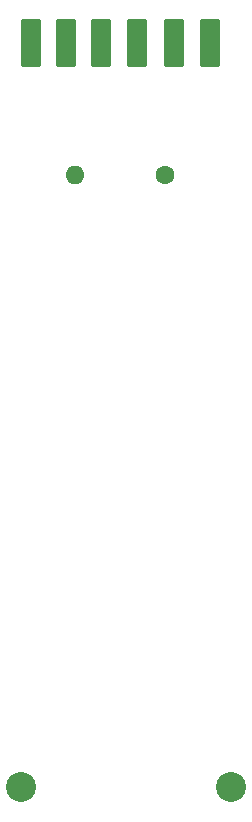
<source format=gbr>
%TF.GenerationSoftware,KiCad,Pcbnew,(6.0.7-1)-1*%
%TF.CreationDate,2022-08-05T12:56:02-05:00*%
%TF.ProjectId,Adafruit NeoPixel 8 Stick,41646166-7275-4697-9420-4e656f506978,rev?*%
%TF.SameCoordinates,Original*%
%TF.FileFunction,Soldermask,Bot*%
%TF.FilePolarity,Negative*%
%FSLAX46Y46*%
G04 Gerber Fmt 4.6, Leading zero omitted, Abs format (unit mm)*
G04 Created by KiCad (PCBNEW (6.0.7-1)-1) date 2022-08-05 12:56:02*
%MOMM*%
%LPD*%
G01*
G04 APERTURE LIST*
G04 Aperture macros list*
%AMRoundRect*
0 Rectangle with rounded corners*
0 $1 Rounding radius*
0 $2 $3 $4 $5 $6 $7 $8 $9 X,Y pos of 4 corners*
0 Add a 4 corners polygon primitive as box body*
4,1,4,$2,$3,$4,$5,$6,$7,$8,$9,$2,$3,0*
0 Add four circle primitives for the rounded corners*
1,1,$1+$1,$2,$3*
1,1,$1+$1,$4,$5*
1,1,$1+$1,$6,$7*
1,1,$1+$1,$8,$9*
0 Add four rect primitives between the rounded corners*
20,1,$1+$1,$2,$3,$4,$5,0*
20,1,$1+$1,$4,$5,$6,$7,0*
20,1,$1+$1,$6,$7,$8,$9,0*
20,1,$1+$1,$8,$9,$2,$3,0*%
G04 Aperture macros list end*
%ADD10C,2.540000*%
%ADD11C,1.600000*%
%ADD12O,1.600000X1.600000*%
%ADD13RoundRect,0.101600X0.750000X1.900000X-0.750000X1.900000X-0.750000X-1.900000X0.750000X-1.900000X0*%
G04 APERTURE END LIST*
D10*
%TO.C,MD1*%
X131318000Y-156718000D03*
X149098000Y-156718000D03*
%TD*%
D11*
%TO.C,R1*%
X143510000Y-104902000D03*
D12*
X135890000Y-104902000D03*
%TD*%
D13*
%TO.C,CN2*%
X147288000Y-93726000D03*
X144288000Y-93726000D03*
X141128000Y-93726000D03*
X138128000Y-93726000D03*
X135128000Y-93726000D03*
X132128000Y-93726000D03*
%TD*%
M02*

</source>
